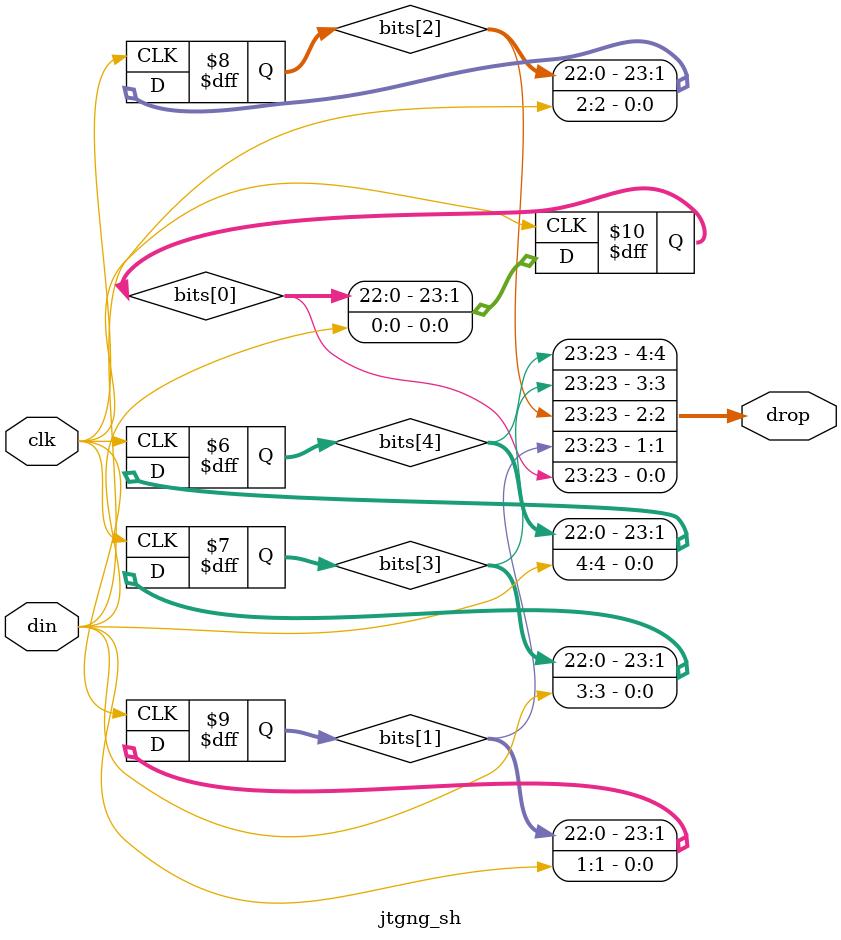
<source format=v>
/*  This file is part of JT_GNG.
    JT_GNG program is free software: you can redistribute it and/or modify
    it under the terms of the GNU General Public License as published by
    the Free Software Foundation, either version 3 of the License, or
    (at your option) any later version.

    JT_GNG program is distributed in the hope that it will be useful,
    but WITHOUT ANY WARRANTY; without even the implied warranty of
    MERCHANTABILITY or FITNESS FOR A PARTICULAR PURPOSE.  See the
    GNU General Public License for more details.

    You should have received a copy of the GNU General Public License
    along with JT_GNG.  If not, see <http://www.gnu.org/licenses/>.

    Author: Jose Tejada Gomez. Twitter: @topapate
    Version: 1.0
    Date: 27-10-2017 */

`timescale 1ns / 1ps

module jtgng_sh #(parameter width=5, stages=24 )
(
	input 							clk,
	input		[width-1:0]			din,
   	output		[width-1:0]			drop
);

reg [stages-1:0] bits[width-1:0];

genvar i;
generate
	for (i=0; i < width; i=i+1) begin: bit_shifter
		always @(negedge clk) begin
			if( stages> 1 )
				bits[i] <= {bits[i][stages-2:0], din[i]};
			else
				bits[i] <= din[i];
		end
		assign drop[i] = bits[i][stages-1];
	end
endgenerate

endmodule

</source>
